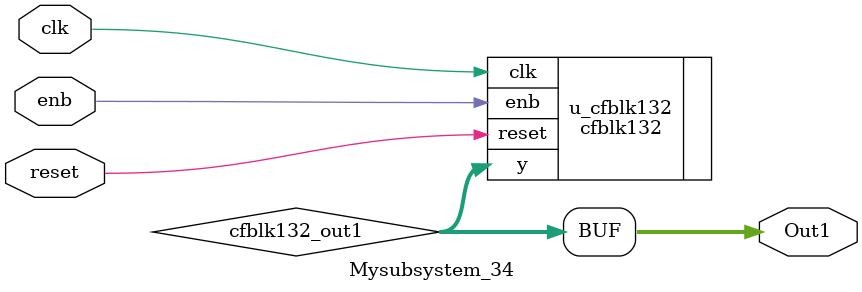
<source format=v>



`timescale 1 ns / 1 ns

module Mysubsystem_34
          (clk,
           reset,
           enb,
           Out1);


  input   clk;
  input   reset;
  input   enb;
  output  [15:0] Out1;  // uint16


  wire [15:0] cfblk132_out1;  // uint16


  cfblk132 u_cfblk132 (.clk(clk),
                       .reset(reset),
                       .enb(enb),
                       .y(cfblk132_out1)  // uint16
                       );

  assign Out1 = cfblk132_out1;

endmodule  // Mysubsystem_34


</source>
